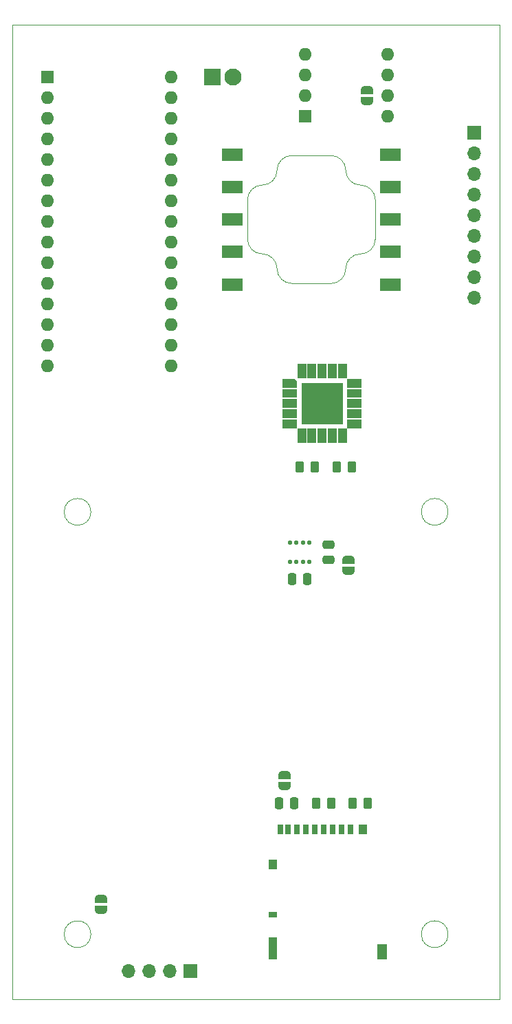
<source format=gbr>
%TF.GenerationSoftware,KiCad,Pcbnew,(6.0.11)*%
%TF.CreationDate,2023-06-04T21:12:16-05:00*%
%TF.ProjectId,Payload-Easy,5061796c-6f61-4642-9d45-6173792e6b69,1*%
%TF.SameCoordinates,Original*%
%TF.FileFunction,Soldermask,Top*%
%TF.FilePolarity,Negative*%
%FSLAX46Y46*%
G04 Gerber Fmt 4.6, Leading zero omitted, Abs format (unit mm)*
G04 Created by KiCad (PCBNEW (6.0.11)) date 2023-06-04 21:12:16*
%MOMM*%
%LPD*%
G01*
G04 APERTURE LIST*
G04 Aperture macros list*
%AMRoundRect*
0 Rectangle with rounded corners*
0 $1 Rounding radius*
0 $2 $3 $4 $5 $6 $7 $8 $9 X,Y pos of 4 corners*
0 Add a 4 corners polygon primitive as box body*
4,1,4,$2,$3,$4,$5,$6,$7,$8,$9,$2,$3,0*
0 Add four circle primitives for the rounded corners*
1,1,$1+$1,$2,$3*
1,1,$1+$1,$4,$5*
1,1,$1+$1,$6,$7*
1,1,$1+$1,$8,$9*
0 Add four rect primitives between the rounded corners*
20,1,$1+$1,$2,$3,$4,$5,0*
20,1,$1+$1,$4,$5,$6,$7,0*
20,1,$1+$1,$6,$7,$8,$9,0*
20,1,$1+$1,$8,$9,$2,$3,0*%
%AMFreePoly0*
4,1,22,0.500000,-0.750000,0.000000,-0.750000,0.000000,-0.745033,-0.079941,-0.743568,-0.215256,-0.701293,-0.333266,-0.622738,-0.424486,-0.514219,-0.481581,-0.384460,-0.499164,-0.250000,-0.500000,-0.250000,-0.500000,0.250000,-0.499164,0.250000,-0.499963,0.256109,-0.478152,0.396186,-0.417904,0.524511,-0.324060,0.630769,-0.204165,0.706417,-0.067858,0.745374,0.000000,0.744959,0.000000,0.750000,
0.500000,0.750000,0.500000,-0.750000,0.500000,-0.750000,$1*%
%AMFreePoly1*
4,1,20,0.000000,0.744959,0.073905,0.744508,0.209726,0.703889,0.328688,0.626782,0.421226,0.519385,0.479903,0.390333,0.500000,0.250000,0.500000,-0.250000,0.499851,-0.262216,0.476331,-0.402017,0.414519,-0.529596,0.319384,-0.634700,0.198574,-0.708877,0.061801,-0.746166,0.000000,-0.745033,0.000000,-0.750000,-0.500000,-0.750000,-0.500000,0.750000,0.000000,0.750000,0.000000,0.744959,
0.000000,0.744959,$1*%
G04 Aperture macros list end*
%TA.AperFunction,Profile*%
%ADD10C,0.100000*%
%TD*%
%ADD11C,0.010000*%
%TA.AperFunction,Profile*%
%ADD12C,0.010000*%
%TD*%
%ADD13RoundRect,0.250000X0.475000X-0.250000X0.475000X0.250000X-0.475000X0.250000X-0.475000X-0.250000X0*%
%ADD14RoundRect,0.250000X-0.250000X-0.475000X0.250000X-0.475000X0.250000X0.475000X-0.250000X0.475000X0*%
%ADD15RoundRect,0.250000X0.262500X0.450000X-0.262500X0.450000X-0.262500X-0.450000X0.262500X-0.450000X0*%
%ADD16FreePoly0,270.000000*%
%ADD17FreePoly1,270.000000*%
%ADD18RoundRect,0.250000X-0.262500X-0.450000X0.262500X-0.450000X0.262500X0.450000X-0.262500X0.450000X0*%
%ADD19R,2.500000X1.500000*%
%ADD20R,2.100000X2.100000*%
%ADD21C,2.100000*%
%ADD22R,1.600000X1.600000*%
%ADD23O,1.600000X1.600000*%
%ADD24R,0.700000X1.200000*%
%ADD25R,1.000000X0.800000*%
%ADD26R,1.000000X1.200000*%
%ADD27R,1.000000X2.800000*%
%ADD28R,1.300000X1.900000*%
%ADD29FreePoly0,90.000000*%
%ADD30FreePoly1,90.000000*%
%ADD31R,1.700000X1.700000*%
%ADD32O,1.700000X1.700000*%
%ADD33RoundRect,0.125000X-0.125000X-0.137500X0.125000X-0.137500X0.125000X0.137500X-0.125000X0.137500X0*%
G04 APERTURE END LIST*
D10*
X163650000Y-100000000D02*
G75*
G03*
X163650000Y-100000000I-1650000J0D01*
G01*
X163650000Y-152000000D02*
G75*
G03*
X163650000Y-152000000I-1650000J0D01*
G01*
X110000000Y-40000000D02*
X170000000Y-40000000D01*
X170000000Y-40000000D02*
X170000000Y-160000000D01*
X170000000Y-160000000D02*
X110000000Y-160000000D01*
X110000000Y-160000000D02*
X110000000Y-40000000D01*
X119650000Y-152000000D02*
G75*
G03*
X119650000Y-152000000I-1650000J0D01*
G01*
X119650000Y-100000000D02*
G75*
G03*
X119650000Y-100000000I-1650000J0D01*
G01*
%TO.C,U104*%
G36*
X148582000Y-91464000D02*
G01*
X147582000Y-91464000D01*
X147582000Y-89764000D01*
X148582000Y-89764000D01*
X148582000Y-91464000D01*
G37*
D11*
X148582000Y-91464000D02*
X147582000Y-91464000D01*
X147582000Y-89764000D01*
X148582000Y-89764000D01*
X148582000Y-91464000D01*
G36*
X144932000Y-85864000D02*
G01*
X143232000Y-85864000D01*
X143232000Y-84864000D01*
X144932000Y-84864000D01*
X144932000Y-85864000D01*
G37*
X144932000Y-85864000D02*
X143232000Y-85864000D01*
X143232000Y-84864000D01*
X144932000Y-84864000D01*
X144932000Y-85864000D01*
G36*
X149832000Y-83464000D02*
G01*
X148832000Y-83464000D01*
X148832000Y-81764000D01*
X149832000Y-81764000D01*
X149832000Y-83464000D01*
G37*
X149832000Y-83464000D02*
X148832000Y-83464000D01*
X148832000Y-81764000D01*
X149832000Y-81764000D01*
X149832000Y-83464000D01*
G36*
X151082000Y-91464000D02*
G01*
X150082000Y-91464000D01*
X150082000Y-89764000D01*
X151082000Y-89764000D01*
X151082000Y-91464000D01*
G37*
X151082000Y-91464000D02*
X150082000Y-91464000D01*
X150082000Y-89764000D01*
X151082000Y-89764000D01*
X151082000Y-91464000D01*
G36*
X150582000Y-89114000D02*
G01*
X145582000Y-89114000D01*
X145582000Y-84114000D01*
X150582000Y-84114000D01*
X150582000Y-89114000D01*
G37*
X150582000Y-89114000D02*
X145582000Y-89114000D01*
X145582000Y-84114000D01*
X150582000Y-84114000D01*
X150582000Y-89114000D01*
G36*
X152932000Y-84614000D02*
G01*
X151232000Y-84614000D01*
X151232000Y-83614000D01*
X152932000Y-83614000D01*
X152932000Y-84614000D01*
G37*
X152932000Y-84614000D02*
X151232000Y-84614000D01*
X151232000Y-83614000D01*
X152932000Y-83614000D01*
X152932000Y-84614000D01*
G36*
X147332000Y-83464000D02*
G01*
X146332000Y-83464000D01*
X146332000Y-81764000D01*
X147332000Y-81764000D01*
X147332000Y-83464000D01*
G37*
X147332000Y-83464000D02*
X146332000Y-83464000D01*
X146332000Y-81764000D01*
X147332000Y-81764000D01*
X147332000Y-83464000D01*
G36*
X152932000Y-85864000D02*
G01*
X151232000Y-85864000D01*
X151232000Y-84864000D01*
X152932000Y-84864000D01*
X152932000Y-85864000D01*
G37*
X152932000Y-85864000D02*
X151232000Y-85864000D01*
X151232000Y-84864000D01*
X152932000Y-84864000D01*
X152932000Y-85864000D01*
G36*
X146082000Y-91464000D02*
G01*
X145082000Y-91464000D01*
X145082000Y-89764000D01*
X146082000Y-89764000D01*
X146082000Y-91464000D01*
G37*
X146082000Y-91464000D02*
X145082000Y-91464000D01*
X145082000Y-89764000D01*
X146082000Y-89764000D01*
X146082000Y-91464000D01*
G36*
X144932000Y-83894000D02*
G01*
X144932000Y-84614000D01*
X143232000Y-84614000D01*
X143232000Y-83614000D01*
X144652000Y-83614000D01*
X144932000Y-83894000D01*
G37*
X144932000Y-83894000D02*
X144932000Y-84614000D01*
X143232000Y-84614000D01*
X143232000Y-83614000D01*
X144652000Y-83614000D01*
X144932000Y-83894000D01*
G36*
X152932000Y-87114000D02*
G01*
X151232000Y-87114000D01*
X151232000Y-86114000D01*
X152932000Y-86114000D01*
X152932000Y-87114000D01*
G37*
X152932000Y-87114000D02*
X151232000Y-87114000D01*
X151232000Y-86114000D01*
X152932000Y-86114000D01*
X152932000Y-87114000D01*
G36*
X152932000Y-89614000D02*
G01*
X151232000Y-89614000D01*
X151232000Y-88614000D01*
X152932000Y-88614000D01*
X152932000Y-89614000D01*
G37*
X152932000Y-89614000D02*
X151232000Y-89614000D01*
X151232000Y-88614000D01*
X152932000Y-88614000D01*
X152932000Y-89614000D01*
G36*
X144932000Y-88364000D02*
G01*
X143232000Y-88364000D01*
X143232000Y-87364000D01*
X144932000Y-87364000D01*
X144932000Y-88364000D01*
G37*
X144932000Y-88364000D02*
X143232000Y-88364000D01*
X143232000Y-87364000D01*
X144932000Y-87364000D01*
X144932000Y-88364000D01*
G36*
X152932000Y-88364000D02*
G01*
X151232000Y-88364000D01*
X151232000Y-87364000D01*
X152932000Y-87364000D01*
X152932000Y-88364000D01*
G37*
X152932000Y-88364000D02*
X151232000Y-88364000D01*
X151232000Y-87364000D01*
X152932000Y-87364000D01*
X152932000Y-88364000D01*
G36*
X144932000Y-87114000D02*
G01*
X143232000Y-87114000D01*
X143232000Y-86114000D01*
X144932000Y-86114000D01*
X144932000Y-87114000D01*
G37*
X144932000Y-87114000D02*
X143232000Y-87114000D01*
X143232000Y-86114000D01*
X144932000Y-86114000D01*
X144932000Y-87114000D01*
G36*
X151082000Y-83464000D02*
G01*
X150082000Y-83464000D01*
X150082000Y-81764000D01*
X151082000Y-81764000D01*
X151082000Y-83464000D01*
G37*
X151082000Y-83464000D02*
X150082000Y-83464000D01*
X150082000Y-81764000D01*
X151082000Y-81764000D01*
X151082000Y-83464000D01*
G36*
X146082000Y-83464000D02*
G01*
X145082000Y-83464000D01*
X145082000Y-81764000D01*
X146082000Y-81764000D01*
X146082000Y-83464000D01*
G37*
X146082000Y-83464000D02*
X145082000Y-83464000D01*
X145082000Y-81764000D01*
X146082000Y-81764000D01*
X146082000Y-83464000D01*
G36*
X148582000Y-83464000D02*
G01*
X147582000Y-83464000D01*
X147582000Y-81764000D01*
X148582000Y-81764000D01*
X148582000Y-83464000D01*
G37*
X148582000Y-83464000D02*
X147582000Y-83464000D01*
X147582000Y-81764000D01*
X148582000Y-81764000D01*
X148582000Y-83464000D01*
G36*
X147332000Y-91464000D02*
G01*
X146332000Y-91464000D01*
X146332000Y-89764000D01*
X147332000Y-89764000D01*
X147332000Y-91464000D01*
G37*
X147332000Y-91464000D02*
X146332000Y-91464000D01*
X146332000Y-89764000D01*
X147332000Y-89764000D01*
X147332000Y-91464000D01*
G36*
X149832000Y-91464000D02*
G01*
X148832000Y-91464000D01*
X148832000Y-89764000D01*
X149832000Y-89764000D01*
X149832000Y-91464000D01*
G37*
X149832000Y-91464000D02*
X148832000Y-91464000D01*
X148832000Y-89764000D01*
X149832000Y-89764000D01*
X149832000Y-91464000D01*
G36*
X144932000Y-89614000D02*
G01*
X143232000Y-89614000D01*
X143232000Y-88614000D01*
X144932000Y-88614000D01*
X144932000Y-89614000D01*
G37*
X144932000Y-89614000D02*
X143232000Y-89614000D01*
X143232000Y-88614000D01*
X144932000Y-88614000D01*
X144932000Y-89614000D01*
D12*
%TO.C,U103*%
X144397000Y-71883000D02*
X149227000Y-71883000D01*
X154687000Y-66423000D02*
X154687000Y-61593000D01*
X138937000Y-61593000D02*
X138937000Y-66423000D01*
X149227000Y-56133000D02*
X144397000Y-56133000D01*
X151047000Y-57953000D02*
G75*
G03*
X152867000Y-59773000I1820000J0D01*
G01*
X138937000Y-66423000D02*
G75*
G03*
X140757000Y-68243000I1820001J1D01*
G01*
X152867000Y-68243000D02*
G75*
G03*
X154687000Y-66423000I0J1820000D01*
G01*
X140757000Y-59773000D02*
G75*
G03*
X138937000Y-61593000I1J-1820001D01*
G01*
X149227000Y-71883000D02*
G75*
G03*
X151047000Y-70063000I0J1820000D01*
G01*
X140757000Y-59773000D02*
G75*
G03*
X142577000Y-57953000I-1J1820001D01*
G01*
X154687000Y-61593000D02*
G75*
G03*
X152867000Y-59773000I-1820000J0D01*
G01*
X142577000Y-70063000D02*
G75*
G03*
X144397000Y-71883000I1820001J1D01*
G01*
X151047000Y-57953000D02*
G75*
G03*
X149227000Y-56133000I-1820000J0D01*
G01*
X152867000Y-68243000D02*
G75*
G03*
X151047000Y-70063000I0J-1820000D01*
G01*
X144397000Y-56133000D02*
G75*
G03*
X142577000Y-57953000I1J-1820001D01*
G01*
X142577000Y-70063000D02*
G75*
G03*
X140757000Y-68243000I-1820001J-1D01*
G01*
%TD*%
D13*
%TO.C,C103*%
X148931000Y-105939000D03*
X148931000Y-104039000D03*
%TD*%
D14*
%TO.C,C102*%
X144425000Y-108291000D03*
X146325000Y-108291000D03*
%TD*%
D15*
%TO.C,R109*%
X147216500Y-94488000D03*
X145391500Y-94488000D03*
%TD*%
D16*
%TO.C,JP107*%
X120904000Y-147686000D03*
D17*
X120904000Y-148986000D03*
%TD*%
D18*
%TO.C,R103*%
X151892000Y-135890000D03*
X153717000Y-135890000D03*
%TD*%
D19*
%TO.C,U103*%
X137062000Y-72008000D03*
X137062000Y-68008000D03*
X137062000Y-64008000D03*
X137062000Y-60008000D03*
X137062000Y-56008000D03*
X156562000Y-56008000D03*
X156562000Y-60008000D03*
X156562000Y-64008000D03*
X156562000Y-68008000D03*
X156562000Y-72008000D03*
%TD*%
D18*
%TO.C,R101*%
X147423500Y-135890000D03*
X149248500Y-135890000D03*
%TD*%
D20*
%TO.C,J103*%
X134620000Y-46482000D03*
D21*
X137160000Y-46482000D03*
%TD*%
D22*
%TO.C,A101*%
X114300000Y-46482000D03*
D23*
X114300000Y-49022000D03*
X114300000Y-51562000D03*
X114300000Y-54102000D03*
X114300000Y-56642000D03*
X114300000Y-59182000D03*
X114300000Y-61722000D03*
X114300000Y-64262000D03*
X114300000Y-66802000D03*
X114300000Y-69342000D03*
X114300000Y-71882000D03*
X114300000Y-74422000D03*
X114300000Y-76962000D03*
X114300000Y-79502000D03*
X114300000Y-82042000D03*
X129540000Y-82042000D03*
X129540000Y-79502000D03*
X129540000Y-76962000D03*
X129540000Y-74422000D03*
X129540000Y-71882000D03*
X129540000Y-69342000D03*
X129540000Y-66802000D03*
X129540000Y-64262000D03*
X129540000Y-61722000D03*
X129540000Y-59182000D03*
X129540000Y-56642000D03*
X129540000Y-54102000D03*
X129540000Y-51562000D03*
X129540000Y-49022000D03*
X129540000Y-46482000D03*
%TD*%
D14*
%TO.C,C101*%
X142814000Y-135890000D03*
X144714000Y-135890000D03*
%TD*%
D24*
%TO.C,J101*%
X151619000Y-139087000D03*
X150519000Y-139087000D03*
X149419000Y-139087000D03*
X148319000Y-139087000D03*
X147219000Y-139087000D03*
X146119000Y-139087000D03*
X145019000Y-139087000D03*
X143919000Y-139087000D03*
X142969000Y-139087000D03*
D25*
X142019000Y-149587000D03*
D26*
X153169000Y-139087000D03*
D27*
X142019000Y-153737000D03*
D28*
X155519000Y-154187000D03*
D26*
X142019000Y-143387000D03*
%TD*%
D29*
%TO.C,JP102*%
X143510000Y-133746000D03*
D30*
X143510000Y-132446000D03*
%TD*%
D29*
%TO.C,JP104*%
X151384000Y-107218000D03*
D30*
X151384000Y-105918000D03*
%TD*%
D16*
%TO.C,JP105*%
X153670000Y-48118000D03*
D17*
X153670000Y-49418000D03*
%TD*%
D15*
%TO.C,R110*%
X151788500Y-94488000D03*
X149963500Y-94488000D03*
%TD*%
D31*
%TO.C,J104*%
X131866000Y-156546000D03*
D32*
X129326000Y-156546000D03*
X126786000Y-156546000D03*
X124246000Y-156546000D03*
%TD*%
D33*
%TO.C,U101*%
X144175000Y-103801500D03*
X144975000Y-103801500D03*
X145775000Y-103801500D03*
X146575000Y-103801500D03*
X146575000Y-106176500D03*
X145775000Y-106176500D03*
X144975000Y-106176500D03*
X144175000Y-106176500D03*
%TD*%
D31*
%TO.C,J102*%
X166878000Y-53340000D03*
D32*
X166878000Y-55880000D03*
X166878000Y-58420000D03*
X166878000Y-60960000D03*
X166878000Y-63500000D03*
X166878000Y-66040000D03*
X166878000Y-68580000D03*
X166878000Y-71120000D03*
X166878000Y-73660000D03*
%TD*%
D22*
%TO.C,U102*%
X146025500Y-51298000D03*
D23*
X146025500Y-48758000D03*
X146025500Y-46218000D03*
X146025500Y-43678000D03*
X156185500Y-43678000D03*
X156185500Y-46218000D03*
X156185500Y-48758000D03*
X156185500Y-51298000D03*
%TD*%
M02*

</source>
